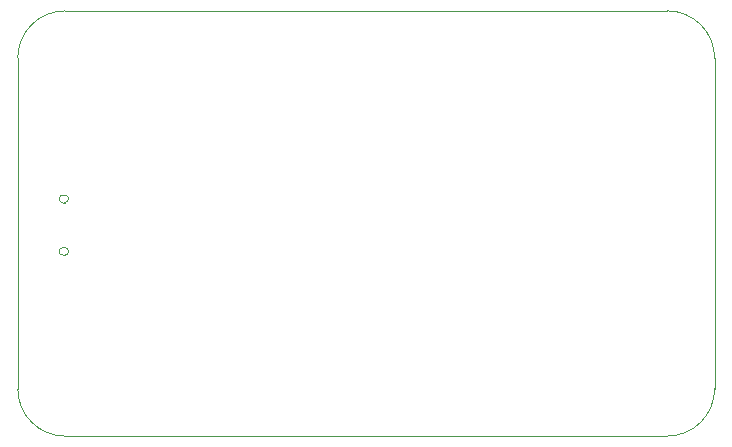
<source format=gbr>
G04 #@! TF.GenerationSoftware,KiCad,Pcbnew,(5.1.6)-1*
G04 #@! TF.CreationDate,2021-01-22T14:13:30+00:00*
G04 #@! TF.ProjectId,NanoBLE_Compass,4e616e6f-424c-4455-9f43-6f6d70617373,rev?*
G04 #@! TF.SameCoordinates,Original*
G04 #@! TF.FileFunction,Profile,NP*
%FSLAX46Y46*%
G04 Gerber Fmt 4.6, Leading zero omitted, Abs format (unit mm)*
G04 Created by KiCad (PCBNEW (5.1.6)-1) date 2021-01-22 14:13:30*
%MOMM*%
%LPD*%
G01*
G04 APERTURE LIST*
G04 #@! TA.AperFunction,Profile*
%ADD10C,0.050000*%
G04 #@! TD*
G04 #@! TA.AperFunction,Profile*
%ADD11C,0.001000*%
G04 #@! TD*
G04 APERTURE END LIST*
D10*
X174330000Y-71430000D02*
X123330000Y-71430000D01*
X178330000Y-103430000D02*
X178330000Y-75430000D01*
X123330000Y-107430000D02*
X174330000Y-107430000D01*
X119330000Y-75430000D02*
X119330000Y-103430000D01*
X174330000Y-71430000D02*
G75*
G02*
X178330000Y-75430000I0J-4000000D01*
G01*
X178330000Y-103430000D02*
G75*
G02*
X174330000Y-107430000I-4000000J0D01*
G01*
X123330000Y-107430000D02*
G75*
G02*
X119330000Y-103430000I0J4000000D01*
G01*
X119330000Y-75430000D02*
G75*
G02*
X123330000Y-71430000I4000000J0D01*
G01*
D11*
X123306500Y-87665500D02*
X123232000Y-87665500D01*
X123157500Y-87014500D02*
X123232000Y-87014500D01*
X123232000Y-87665000D02*
X123157000Y-87665000D01*
X123232000Y-87015000D02*
X123307000Y-87015000D01*
X123306500Y-92115500D02*
X123232000Y-92115500D01*
X123157500Y-91464500D02*
X123232000Y-91464500D01*
X123232000Y-92115000D02*
X123157000Y-92115000D01*
X123232000Y-91465000D02*
X123307000Y-91465000D01*
X123307000Y-91465000D02*
G75*
G02*
X123632000Y-91790000I0J-325000D01*
G01*
X123157000Y-92115000D02*
G75*
G02*
X122832000Y-91790000I0J325000D01*
G01*
X122832000Y-91790000D02*
G75*
G02*
X123157500Y-91464500I325500J0D01*
G01*
X123632000Y-91790000D02*
G75*
G02*
X123306500Y-92115500I-325500J0D01*
G01*
X123307000Y-87015000D02*
G75*
G02*
X123632000Y-87340000I0J-325000D01*
G01*
X123157000Y-87665000D02*
G75*
G02*
X122832000Y-87340000I0J325000D01*
G01*
X122832000Y-87340000D02*
G75*
G02*
X123157500Y-87014500I325500J0D01*
G01*
X123632000Y-87340000D02*
G75*
G02*
X123306500Y-87665500I-325500J0D01*
G01*
M02*

</source>
